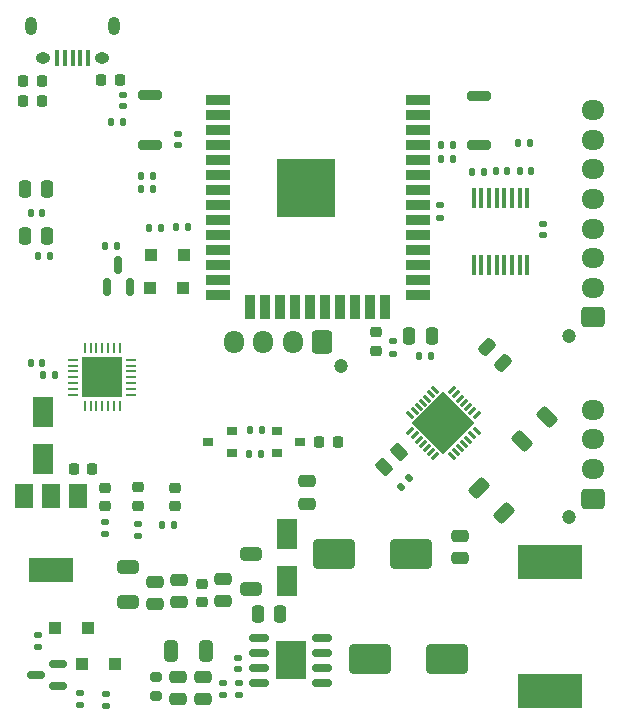
<source format=gbr>
%TF.GenerationSoftware,KiCad,Pcbnew,(6.0.7)*%
%TF.CreationDate,2022-10-14T07:02:42-05:00*%
%TF.ProjectId,SmartSpin2k,536d6172-7453-4706-996e-326b2e6b6963,prototype*%
%TF.SameCoordinates,Original*%
%TF.FileFunction,Soldermask,Top*%
%TF.FilePolarity,Negative*%
%FSLAX46Y46*%
G04 Gerber Fmt 4.6, Leading zero omitted, Abs format (unit mm)*
G04 Created by KiCad (PCBNEW (6.0.7)) date 2022-10-14 07:02:42*
%MOMM*%
%LPD*%
G01*
G04 APERTURE LIST*
G04 Aperture macros list*
%AMRoundRect*
0 Rectangle with rounded corners*
0 $1 Rounding radius*
0 $2 $3 $4 $5 $6 $7 $8 $9 X,Y pos of 4 corners*
0 Add a 4 corners polygon primitive as box body*
4,1,4,$2,$3,$4,$5,$6,$7,$8,$9,$2,$3,0*
0 Add four circle primitives for the rounded corners*
1,1,$1+$1,$2,$3*
1,1,$1+$1,$4,$5*
1,1,$1+$1,$6,$7*
1,1,$1+$1,$8,$9*
0 Add four rect primitives between the rounded corners*
20,1,$1+$1,$2,$3,$4,$5,0*
20,1,$1+$1,$4,$5,$6,$7,0*
20,1,$1+$1,$6,$7,$8,$9,0*
20,1,$1+$1,$8,$9,$2,$3,0*%
%AMRotRect*
0 Rectangle, with rotation*
0 The origin of the aperture is its center*
0 $1 length*
0 $2 width*
0 $3 Rotation angle, in degrees counterclockwise*
0 Add horizontal line*
21,1,$1,$2,0,0,$3*%
G04 Aperture macros list end*
%ADD10RoundRect,0.225000X-0.225000X-0.250000X0.225000X-0.250000X0.225000X0.250000X-0.225000X0.250000X0*%
%ADD11RoundRect,0.250000X-0.512652X-0.159099X-0.159099X-0.512652X0.512652X0.159099X0.159099X0.512652X0*%
%ADD12R,1.100000X1.100000*%
%ADD13RoundRect,0.135000X0.185000X-0.135000X0.185000X0.135000X-0.185000X0.135000X-0.185000X-0.135000X0*%
%ADD14RoundRect,0.250000X-1.500000X-1.000000X1.500000X-1.000000X1.500000X1.000000X-1.500000X1.000000X0*%
%ADD15RoundRect,0.135000X0.135000X0.185000X-0.135000X0.185000X-0.135000X-0.185000X0.135000X-0.185000X0*%
%ADD16RoundRect,0.218750X-0.256250X0.218750X-0.256250X-0.218750X0.256250X-0.218750X0.256250X0.218750X0*%
%ADD17RoundRect,0.225000X0.225000X0.250000X-0.225000X0.250000X-0.225000X-0.250000X0.225000X-0.250000X0*%
%ADD18R,1.500000X2.000000*%
%ADD19R,3.800000X2.000000*%
%ADD20RoundRect,0.250000X0.475000X-0.250000X0.475000X0.250000X-0.475000X0.250000X-0.475000X-0.250000X0*%
%ADD21RoundRect,0.150000X-0.662500X-0.150000X0.662500X-0.150000X0.662500X0.150000X-0.662500X0.150000X0*%
%ADD22R,2.514000X3.200000*%
%ADD23RoundRect,0.200000X-0.800000X0.200000X-0.800000X-0.200000X0.800000X-0.200000X0.800000X0.200000X0*%
%ADD24RoundRect,0.218750X0.218750X0.256250X-0.218750X0.256250X-0.218750X-0.256250X0.218750X-0.256250X0*%
%ADD25RoundRect,0.140000X0.170000X-0.140000X0.170000X0.140000X-0.170000X0.140000X-0.170000X-0.140000X0*%
%ADD26RoundRect,0.218750X-0.218750X-0.256250X0.218750X-0.256250X0.218750X0.256250X-0.218750X0.256250X0*%
%ADD27R,0.900000X0.800000*%
%ADD28RoundRect,0.250000X0.650000X-0.325000X0.650000X0.325000X-0.650000X0.325000X-0.650000X-0.325000X0*%
%ADD29RoundRect,0.135000X-0.135000X-0.185000X0.135000X-0.185000X0.135000X0.185000X-0.135000X0.185000X0*%
%ADD30RoundRect,0.140000X-0.140000X-0.170000X0.140000X-0.170000X0.140000X0.170000X-0.140000X0.170000X0*%
%ADD31RoundRect,0.250000X-0.132583X0.503814X-0.503814X0.132583X0.132583X-0.503814X0.503814X-0.132583X0*%
%ADD32RoundRect,0.062500X0.185616X0.274004X-0.274004X-0.185616X-0.185616X-0.274004X0.274004X0.185616X0*%
%ADD33RoundRect,0.062500X-0.185616X0.274004X-0.274004X0.185616X0.185616X-0.274004X0.274004X-0.185616X0*%
%ADD34RotRect,3.750000X3.750000X225.000000*%
%ADD35RoundRect,0.250000X-0.250000X-0.475000X0.250000X-0.475000X0.250000X0.475000X-0.250000X0.475000X0*%
%ADD36RoundRect,0.135000X-0.185000X0.135000X-0.185000X-0.135000X0.185000X-0.135000X0.185000X0.135000X0*%
%ADD37RoundRect,0.140000X-0.170000X0.140000X-0.170000X-0.140000X0.170000X-0.140000X0.170000X0.140000X0*%
%ADD38RoundRect,0.150000X0.587500X0.150000X-0.587500X0.150000X-0.587500X-0.150000X0.587500X-0.150000X0*%
%ADD39RoundRect,0.218750X0.256250X-0.218750X0.256250X0.218750X-0.256250X0.218750X-0.256250X-0.218750X0*%
%ADD40RoundRect,0.135000X0.035355X-0.226274X0.226274X-0.035355X-0.035355X0.226274X-0.226274X0.035355X0*%
%ADD41R,0.400000X1.350000*%
%ADD42O,1.250000X0.950000*%
%ADD43O,1.000000X1.550000*%
%ADD44RoundRect,0.200000X0.275000X-0.200000X0.275000X0.200000X-0.275000X0.200000X-0.275000X-0.200000X0*%
%ADD45RoundRect,0.250000X0.250000X0.475000X-0.250000X0.475000X-0.250000X-0.475000X0.250000X-0.475000X0*%
%ADD46RoundRect,0.150000X0.150000X-0.587500X0.150000X0.587500X-0.150000X0.587500X-0.150000X-0.587500X0*%
%ADD47R,2.000000X0.900000*%
%ADD48R,0.900000X2.000000*%
%ADD49R,5.000000X5.000000*%
%ADD50RoundRect,0.140000X0.140000X0.170000X-0.140000X0.170000X-0.140000X-0.170000X0.140000X-0.170000X0*%
%ADD51R,1.800000X2.500000*%
%ADD52RoundRect,0.225000X0.250000X-0.225000X0.250000X0.225000X-0.250000X0.225000X-0.250000X-0.225000X0*%
%ADD53R,0.355600X1.676400*%
%ADD54RoundRect,0.250000X0.325000X0.650000X-0.325000X0.650000X-0.325000X-0.650000X0.325000X-0.650000X0*%
%ADD55RoundRect,0.250000X0.662913X0.220971X0.220971X0.662913X-0.662913X-0.220971X-0.220971X-0.662913X0*%
%ADD56RoundRect,0.062500X-0.062500X0.337500X-0.062500X-0.337500X0.062500X-0.337500X0.062500X0.337500X0*%
%ADD57RoundRect,0.062500X-0.337500X0.062500X-0.337500X-0.062500X0.337500X-0.062500X0.337500X0.062500X0*%
%ADD58R,3.350000X3.350000*%
%ADD59RoundRect,0.200000X0.800000X-0.200000X0.800000X0.200000X-0.800000X0.200000X-0.800000X-0.200000X0*%
%ADD60R,5.400000X2.900000*%
%ADD61RoundRect,0.250000X-0.220971X0.662913X-0.662913X0.220971X0.220971X-0.662913X0.662913X-0.220971X0*%
%ADD62C,1.200000*%
%ADD63RoundRect,0.250000X0.725000X-0.600000X0.725000X0.600000X-0.725000X0.600000X-0.725000X-0.600000X0*%
%ADD64O,1.950000X1.700000*%
%ADD65RoundRect,0.250000X0.600000X0.725000X-0.600000X0.725000X-0.600000X-0.725000X0.600000X-0.725000X0*%
%ADD66O,1.700000X1.950000*%
G04 APERTURE END LIST*
D10*
%TO.C,C21*%
X28577800Y23265400D03*
X30127800Y23265400D03*
%TD*%
D11*
%TO.C,C10*%
X42778049Y31379351D03*
X44121551Y30035849D03*
%TD*%
D12*
%TO.C,D13*%
X6185000Y7517400D03*
X8985000Y7517400D03*
%TD*%
D13*
%TO.C,R4*%
X38820000Y42310000D03*
X38820000Y43330000D03*
%TD*%
D14*
%TO.C,C29*%
X29842500Y13840000D03*
X36342500Y13840000D03*
%TD*%
D15*
%TO.C,R28*%
X11407400Y39937800D03*
X10387400Y39937800D03*
%TD*%
D16*
%TO.C,D2*%
X16390000Y19437500D03*
X16390000Y17862500D03*
%TD*%
D13*
%TO.C,R1*%
X21725000Y1911300D03*
X21725000Y2931300D03*
%TD*%
D17*
%TO.C,C27*%
X9325000Y21020000D03*
X7775000Y21020000D03*
%TD*%
D18*
%TO.C,U6*%
X8130000Y18760000D03*
D19*
X5830000Y12460000D03*
D18*
X5830000Y18760000D03*
X3530000Y18760000D03*
%TD*%
D20*
%TO.C,C28*%
X20430000Y9810000D03*
X20430000Y11710000D03*
%TD*%
D21*
%TO.C,U2*%
X23499500Y6726900D03*
X23499500Y5456900D03*
X23499500Y4186900D03*
X23499500Y2916900D03*
X28774500Y2916900D03*
X28774500Y4186900D03*
X28774500Y5456900D03*
X28774500Y6726900D03*
D22*
X26137000Y4821900D03*
%TD*%
D23*
%TO.C,SW4*%
X14266000Y52667800D03*
X14266000Y48467800D03*
%TD*%
D24*
%TO.C,D8*%
X5070500Y52170600D03*
X3495500Y52170600D03*
%TD*%
D25*
%TO.C,C19*%
X16576600Y48464800D03*
X16576600Y49424800D03*
%TD*%
D26*
%TO.C,D7*%
X10074100Y53948600D03*
X11649100Y53948600D03*
%TD*%
D27*
%TO.C,Q4*%
X21149200Y22365800D03*
X21149200Y24265800D03*
X19149200Y23315800D03*
%TD*%
D28*
%TO.C,C1*%
X22750000Y10885000D03*
X22750000Y13835000D03*
%TD*%
%TO.C,C8*%
X12330000Y9745000D03*
X12330000Y12695000D03*
%TD*%
D29*
%TO.C,R5*%
X10890000Y50420000D03*
X11910000Y50420000D03*
%TD*%
D30*
%TO.C,C18*%
X43536500Y46268300D03*
X44496500Y46268300D03*
%TD*%
D29*
%TO.C,R18*%
X38830000Y48470000D03*
X39850000Y48470000D03*
%TD*%
D31*
%TO.C,R30*%
X35306635Y22462835D03*
X34016165Y21172365D03*
%TD*%
D32*
%TO.C,U1*%
X41882911Y25571590D03*
X41529357Y25925144D03*
X41175804Y26278697D03*
X40822250Y26632250D03*
X40468697Y26985804D03*
X40115144Y27339357D03*
X39761590Y27692911D03*
D33*
X38400410Y27692911D03*
X38046856Y27339357D03*
X37693303Y26985804D03*
X37339750Y26632250D03*
X36986196Y26278697D03*
X36632643Y25925144D03*
X36279089Y25571590D03*
D32*
X36279089Y24210410D03*
X36632643Y23856856D03*
X36986196Y23503303D03*
X37339750Y23149750D03*
X37693303Y22796196D03*
X38046856Y22442643D03*
X38400410Y22089089D03*
D33*
X39761590Y22089089D03*
X40115144Y22442643D03*
X40468697Y22796196D03*
X40822250Y23149750D03*
X41175804Y23503303D03*
X41529357Y23856856D03*
X41882911Y24210410D03*
D34*
X39081000Y24891000D03*
%TD*%
D12*
%TO.C,D12*%
X17062200Y36371800D03*
X14262200Y36371800D03*
%TD*%
D35*
%TO.C,C4*%
X23350000Y8710000D03*
X25250000Y8710000D03*
%TD*%
D14*
%TO.C,C2*%
X32877500Y4945000D03*
X39377500Y4945000D03*
%TD*%
D24*
%TO.C,D9*%
X5095900Y53897800D03*
X3520900Y53897800D03*
%TD*%
D36*
%TO.C,R27*%
X8296200Y2033000D03*
X8296200Y1013000D03*
%TD*%
D20*
%TO.C,C14*%
X27549400Y18073600D03*
X27549400Y19973600D03*
%TD*%
D15*
%TO.C,R25*%
X17467600Y41477200D03*
X16447600Y41477200D03*
%TD*%
D30*
%TO.C,C17*%
X45556500Y46268300D03*
X46516500Y46268300D03*
%TD*%
D29*
%TO.C,R15*%
X13500000Y44706000D03*
X14520000Y44706000D03*
%TD*%
D20*
%TO.C,C13*%
X40503400Y13476200D03*
X40503400Y15376200D03*
%TD*%
D30*
%TO.C,C24*%
X4150000Y30030000D03*
X5110000Y30030000D03*
%TD*%
D37*
%TO.C,C20*%
X47507500Y41794300D03*
X47507500Y40834300D03*
%TD*%
D12*
%TO.C,D11*%
X11296400Y4520200D03*
X8496400Y4520200D03*
%TD*%
D38*
%TO.C,Q2*%
X6417500Y2630000D03*
X6417500Y4530000D03*
X4542500Y3580000D03*
%TD*%
D39*
%TO.C,D4*%
X33350600Y31047000D03*
X33350600Y32622000D03*
%TD*%
D40*
%TO.C,R6*%
X35443776Y19526576D03*
X36165024Y20247824D03*
%TD*%
D41*
%TO.C,J3*%
X8986600Y55790000D03*
X8336600Y55790000D03*
X7686600Y55790000D03*
X7036600Y55790000D03*
X6386600Y55790000D03*
D42*
X10186600Y55790000D03*
X5186600Y55790000D03*
D43*
X11186600Y58490000D03*
X4186600Y58490000D03*
%TD*%
D36*
%TO.C,R16*%
X34810600Y31817000D03*
X34810600Y30797000D03*
%TD*%
D29*
%TO.C,R22*%
X5130000Y28940000D03*
X6150000Y28940000D03*
%TD*%
D44*
%TO.C,R2*%
X14710000Y1785000D03*
X14710000Y3435000D03*
%TD*%
D45*
%TO.C,C12*%
X38100600Y32257000D03*
X36200600Y32257000D03*
%TD*%
D20*
%TO.C,C11*%
X16696200Y9733800D03*
X16696200Y11633800D03*
%TD*%
D13*
%TO.C,R3*%
X20440000Y1870000D03*
X20440000Y2890000D03*
%TD*%
D15*
%TO.C,R14*%
X5730000Y39060000D03*
X4710000Y39060000D03*
%TD*%
D46*
%TO.C,Q1*%
X10597400Y36450300D03*
X12497400Y36450300D03*
X11547400Y38325300D03*
%TD*%
D36*
%TO.C,R13*%
X13220000Y16390000D03*
X13220000Y15370000D03*
%TD*%
D25*
%TO.C,C15*%
X11918700Y51720400D03*
X11918700Y52680400D03*
%TD*%
%TO.C,C5*%
X21670000Y4090000D03*
X21670000Y5050000D03*
%TD*%
D47*
%TO.C,U3*%
X19948000Y52284000D03*
X19948000Y51014000D03*
X19948000Y49744000D03*
X19948000Y48474000D03*
X19948000Y47204000D03*
X19948000Y45934000D03*
X19948000Y44664000D03*
X19948000Y43394000D03*
X19948000Y42124000D03*
X19948000Y40854000D03*
X19948000Y39584000D03*
X19948000Y38314000D03*
X19948000Y37044000D03*
X19948000Y35774000D03*
D48*
X22733000Y34774000D03*
X24003000Y34774000D03*
X25273000Y34774000D03*
X26543000Y34774000D03*
X27813000Y34774000D03*
X29083000Y34774000D03*
X30353000Y34774000D03*
X31623000Y34774000D03*
X32893000Y34774000D03*
X34163000Y34774000D03*
D47*
X36948000Y35774000D03*
X36948000Y37044000D03*
X36948000Y38314000D03*
X36948000Y39584000D03*
X36948000Y40854000D03*
X36948000Y42124000D03*
X36948000Y43394000D03*
X36948000Y44664000D03*
X36948000Y45934000D03*
X36948000Y47204000D03*
X36948000Y48474000D03*
X36948000Y49744000D03*
X36948000Y51014000D03*
X36948000Y52284000D03*
D49*
X27448000Y44784000D03*
%TD*%
D36*
%TO.C,R24*%
X10506000Y1931400D03*
X10506000Y911400D03*
%TD*%
D50*
%TO.C,C26*%
X5080000Y42710000D03*
X4120000Y42710000D03*
%TD*%
D15*
%TO.C,R12*%
X16273800Y16305800D03*
X15253800Y16305800D03*
%TD*%
D51*
%TO.C,D6*%
X5146600Y21824200D03*
X5146600Y25824200D03*
%TD*%
D16*
%TO.C,D3*%
X13220000Y19467500D03*
X13220000Y17892500D03*
%TD*%
D51*
%TO.C,D1*%
X25830000Y11540000D03*
X25830000Y15540000D03*
%TD*%
D50*
%TO.C,C22*%
X42477500Y46204300D03*
X41517500Y46204300D03*
%TD*%
D29*
%TO.C,R20*%
X38830000Y47270000D03*
X39850000Y47270000D03*
%TD*%
D27*
%TO.C,Q3*%
X24949200Y24240800D03*
X24949200Y22340800D03*
X26949200Y23290800D03*
%TD*%
D52*
%TO.C,C30*%
X18601200Y9731000D03*
X18601200Y11281000D03*
%TD*%
D15*
%TO.C,R26*%
X15181600Y41451800D03*
X14161600Y41451800D03*
%TD*%
D16*
%TO.C,D5*%
X10430000Y19437500D03*
X10430000Y17862500D03*
%TD*%
D20*
%TO.C,C9*%
X14613400Y9581400D03*
X14613400Y11481400D03*
%TD*%
D15*
%TO.C,R19*%
X38060400Y30600000D03*
X37040400Y30600000D03*
%TD*%
D53*
%TO.C,U5*%
X46172499Y43963700D03*
X45522501Y43963700D03*
X44872499Y43963700D03*
X44222501Y43963700D03*
X43572502Y43963700D03*
X42922501Y43963700D03*
X42272502Y43963700D03*
X41622501Y43963700D03*
X41622501Y38324900D03*
X42272499Y38324900D03*
X42922501Y38324900D03*
X43572499Y38324900D03*
X44222498Y38324900D03*
X44872499Y38324900D03*
X45522498Y38324900D03*
X46172499Y38324900D03*
%TD*%
D54*
%TO.C,C6*%
X18935000Y5610000D03*
X15985000Y5610000D03*
%TD*%
D20*
%TO.C,C7*%
X18760000Y1520000D03*
X18760000Y3420000D03*
%TD*%
D55*
%TO.C,R7*%
X44179144Y17329056D03*
X42110856Y19397344D03*
%TD*%
D45*
%TO.C,C25*%
X5550000Y44710000D03*
X3650000Y44710000D03*
%TD*%
D56*
%TO.C,U4*%
X11701200Y31227200D03*
X11201200Y31227200D03*
X10701200Y31227200D03*
X10201200Y31227200D03*
X9701200Y31227200D03*
X9201200Y31227200D03*
X8701200Y31227200D03*
D57*
X7751200Y30277200D03*
X7751200Y29777200D03*
X7751200Y29277200D03*
X7751200Y28777200D03*
X7751200Y28277200D03*
X7751200Y27777200D03*
X7751200Y27277200D03*
D56*
X8701200Y26327200D03*
X9201200Y26327200D03*
X9701200Y26327200D03*
X10201200Y26327200D03*
X10701200Y26327200D03*
X11201200Y26327200D03*
X11701200Y26327200D03*
D57*
X12651200Y27277200D03*
X12651200Y27777200D03*
X12651200Y28277200D03*
X12651200Y28777200D03*
X12651200Y29277200D03*
X12651200Y29777200D03*
X12651200Y30277200D03*
D58*
X10201200Y28777200D03*
%TD*%
D13*
%TO.C,R29*%
X4740000Y5960000D03*
X4740000Y6980000D03*
%TD*%
D12*
%TO.C,D10*%
X17087600Y39140400D03*
X14287600Y39140400D03*
%TD*%
D20*
%TO.C,C3*%
X16600000Y1540000D03*
X16600000Y3440000D03*
%TD*%
D15*
%TO.C,R11*%
X14509600Y45847200D03*
X13489600Y45847200D03*
%TD*%
%TO.C,R10*%
X23739200Y24340800D03*
X22719200Y24340800D03*
%TD*%
%TO.C,R9*%
X23659200Y22275800D03*
X22639200Y22275800D03*
%TD*%
D36*
%TO.C,R23*%
X10430000Y16510000D03*
X10430000Y15490000D03*
%TD*%
D59*
%TO.C,SW1*%
X42110000Y48420000D03*
X42110000Y52620000D03*
%TD*%
D60*
%TO.C,L1*%
X48094800Y2181600D03*
X48094800Y13181600D03*
%TD*%
D35*
%TO.C,C23*%
X3650000Y40710000D03*
X5550000Y40710000D03*
%TD*%
D61*
%TO.C,R8*%
X47811344Y25442544D03*
X45743056Y23374256D03*
%TD*%
D50*
%TO.C,C16*%
X46380000Y48630000D03*
X45420000Y48630000D03*
%TD*%
D62*
%TO.C,J1*%
X49721800Y16920000D03*
D63*
X51721800Y18520000D03*
D64*
X51721800Y21020000D03*
X51721800Y23520000D03*
X51721800Y26020000D03*
%TD*%
D62*
%TO.C,J2*%
X49725000Y32280000D03*
D63*
X51725000Y33880000D03*
D64*
X51725000Y36380000D03*
X51725000Y38880000D03*
X51725000Y41380000D03*
X51725000Y43880000D03*
X51725000Y46380000D03*
X51725000Y48880000D03*
X51725000Y51380000D03*
%TD*%
D62*
%TO.C,J4*%
X30410000Y29765000D03*
D65*
X28810000Y31765000D03*
D66*
X26310000Y31765000D03*
X23810000Y31765000D03*
X21310000Y31765000D03*
%TD*%
M02*

</source>
